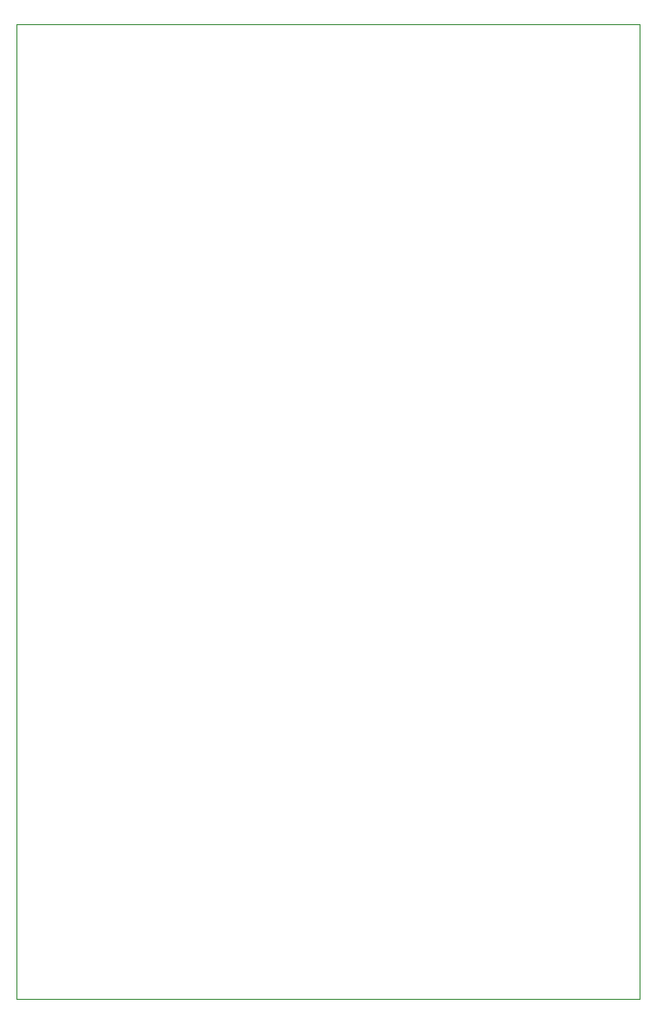
<source format=gm1>
G04*
G04 #@! TF.GenerationSoftware,Altium Limited,Altium Designer,22.8.2 (66)*
G04*
G04 Layer_Color=16711935*
%FSLAX25Y25*%
%MOIN*%
G70*
G04*
G04 #@! TF.SameCoordinates,5F8DC0AC-A5A4-4812-8F0A-80CEB44D7970*
G04*
G04*
G04 #@! TF.FilePolarity,Positive*
G04*
G01*
G75*
%ADD30C,0.00394*%
D30*
X0Y0D02*
Y336000D01*
X215000D01*
Y0D02*
Y336000D01*
X0Y0D02*
X215000D01*
M02*

</source>
